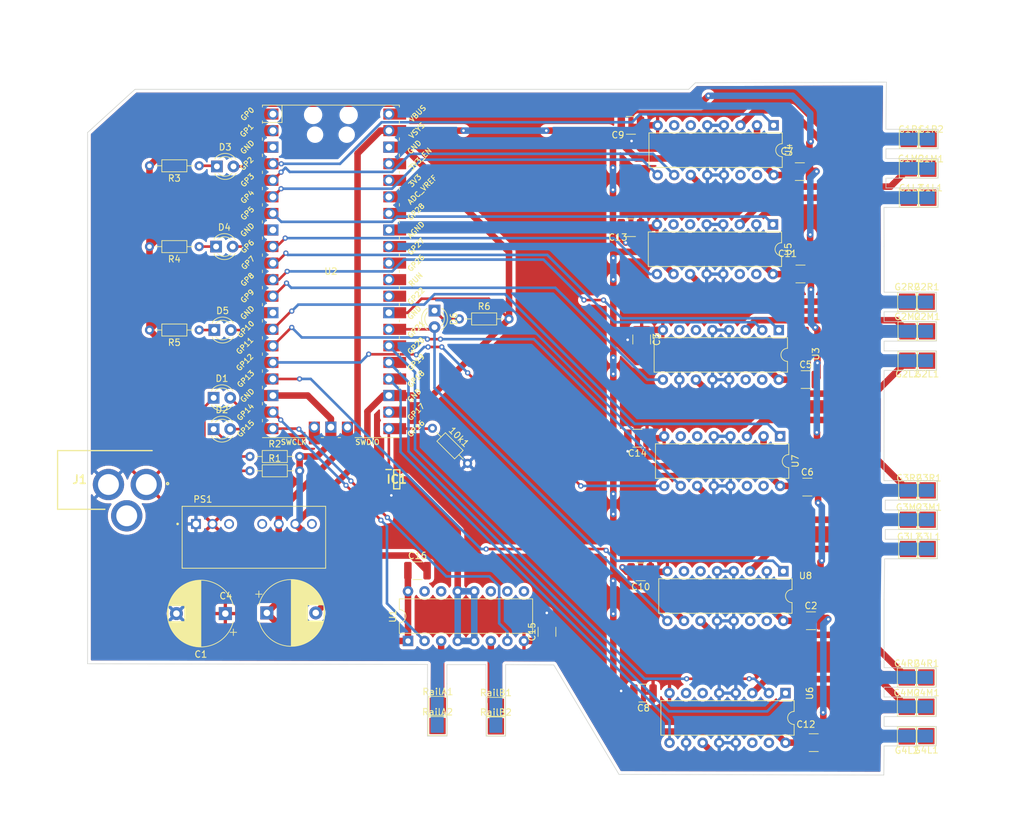
<source format=kicad_pcb>
(kicad_pcb (version 20211014) (generator pcbnew)
  (layers (0 "F.Cu" signal) (31 "B.Cu" signal) (34 "B.Paste" user) (35 "F.Paste" user) (36 "B.SilkS" user "B.Silkscreen") (37 "F.SilkS" user "F.Silkscreen") (38 "B.Mask" user) (39 "F.Mask" user) (44 "Edge.Cuts" user))
  (net 0 "")
  (net 1 "18V")
  (net 2 "GND1")
  (net 3 "+5V")
  (net 4 "GND")
  (net 5 "Net-(D1-Pad1)")
  (net 6 "Rail1")
  (net 7 "Net-(D2-Pad1)")
  (net 8 "Rail2")
  (net 9 "Net-(D3-Pad1)")
  (net 10 "G1A")
  (net 11 "Net-(D4-Pad1)")
  (net 12 "G2A")
  (net 13 "Net-(D5-Pad1)")
  (net 14 "G3A")
  (net 15 "Net-(D6-Pad1)")
  (net 16 "G4A")
  (net 17 "Net-(G1L1-Pad1)")
  (net 18 "Net-(G1M1-Pad1)")
  (net 19 "Net-(G1R1-Pad1)")
  (net 20 "Net-(G2L1-Pad1)")
  (net 21 "Net-(G2M1-Pad1)")
  (net 22 "Net-(G2R1-Pad1)")
  (net 23 "PWM")
  (net 24 "RAIL")
  (net 28 "Net-(RailA1-Pad1)")
  (net 29 "Net-(RailB1-Pad1)")
  (net 36 "G1B")
  (net 37 "G1C")
  (net 38 "G1D")
  (net 39 "G2B")
  (net 40 "G2C")
  (net 41 "G2D")
  (net 42 "G3B")
  (net 43 "G3C")
  (net 44 "G4D")
  (net 46 "G4C")
  (net 47 "G4B")
  (net 80 "G3D")
  (net 85 "Net-(G3L1-Pad1)")
  (net 86 "Net-(G3M1-Pad1)")
  (net 87 "Net-(G3R1-Pad1)")
  (net 88 "Net-(G4L1-Pad1)")
  (net 89 "Net-(G4M1-Pad1)")
  (net 90 "Net-(G4R1-Pad1)")
  (footprint "Package_DIP:DIP-16_W7.62mm" (layer "F.Cu") (at 188.505 59.43 -90)
    (fp_text reference "U5")
    (fp_text value "L293D")
  )
  (footprint "Resistor_THT:R_Axial_DIN0204_L3.6mm_D1.6mm_P7.62mm_Horizontal" (layer "F.Cu") (at 108.32 95.03)
    (fp_text reference "R2")
    (fp_text value "300")
  )
  (footprint "TestPoint:TestPoint_Pad_2.5x2.5mm" (layer "F.Cu") (at 146.03 133.43)
    (fp_text reference "RailB1")
    (fp_text value "TestPoint")
  )
  (footprint "Capacitor_SMD:C_1210_3225Metric" (layer "F.Cu") (at 194.329999 120.23)
    (fp_text reference "C2")
    (fp_text value "0.1uF")
  )
  (footprint "LED_THT:LED_D3.0mm" (layer "F.Cu") (at 102.855 75.63)
    (fp_text reference "D5")
    (fp_text value "LED")
  )
  (footprint "LED_THT:LED_D3.0mm" (layer "F.Cu") (at 102.755 86.03)
    (fp_text reference "D1")
    (fp_text value "LED")
  )
  (footprint "TestPoint:TestPoint_Pad_2.5x2.5mm" (layer "F.Cu") (at 212.03 137.93 180)
    (fp_text reference "G4L1")
    (fp_text value "TestPoint")
  )
  (footprint "TestPoint:TestPoint_Pad_2.5x2.5mm" (layer "F.Cu") (at 209.13 80.33 180)
    (fp_text reference "G2L2")
    (fp_text value "TestPoint")
  )
  (footprint "Resistor_THT:R_Axial_DIN0204_L3.6mm_D1.6mm_P7.62mm_Horizontal" (layer "F.Cu") (at 100.54 75.63 180)
    (fp_text reference "R5")
    (fp_text value "300")
  )
  (footprint "TestPoint:TestPoint_Pad_2.5x2.5mm" (layer "F.Cu") (at 212.33 55.33)
    (fp_text reference "G1L1")
    (fp_text value "TestPoint")
  )
  (footprint "Resistor_THT:R_Axial_DIN0204_L3.6mm_D1.6mm_P7.62mm_Horizontal" (layer "F.Cu") (at 140.42 73.93)
    (fp_text reference "R6")
    (fp_text value "300")
  )
  (footprint "Package_DIP:DIP-16_W7.62mm" (layer "F.Cu") (at 190.43 131.33 -90)
    (fp_text reference "U6")
    (fp_text value "L293D")
  )
  (footprint "Capacitor_SMD:C_1210_3225Metric" (layer "F.Cu") (at 168.229999 112.73 180)
    (fp_text reference "C10")
    (fp_text value "1uF")
  )
  (footprint "TestPoint:TestPoint_Pad_2.5x2.5mm" (layer "F.Cu") (at 209.33 50.83)
    (fp_text reference "G1M2")
    (fp_text value "TestPoint")
  )
  (footprint "Resistor_THT:R_Axial_DIN0204_L3.6mm_D1.6mm_P7.62mm_Horizontal" (layer "F.Cu") (at 100.54 62.83 180)
    (fp_text reference "R4")
    (fp_text value "300")
  )
  (footprint "LED_THT:LED_D3.0mm" (layer "F.Cu") (at 102.755 90.83)
    (fp_text reference "D2")
    (fp_text value "LED")
  )
  (footprint "TestPoint:TestPoint_Pad_2.5x2.5mm" (layer "F.Cu") (at 209.03 128.93)
    (fp_text reference "G4R2")
    (fp_text value "TestPoint")
  )
  (footprint "UWF1215S-3WR3:CONV_UWF1215S-3WR3" (layer "F.Cu") (at 108.93 107.43)
    (fp_text reference "PS1")
    (fp_text value "UWF1215S-3WR3")
  )
  (footprint "LED_THT:LED_D3.0mm" (layer "F.Cu") (at 103.255 50.53)
    (fp_text reference "D3")
    (fp_text value "LED")
  )
  (footprint "Capacitor_SMD:C_1210_3225Metric" (layer "F.Cu") (at 194.755 138.93)
    (fp_text reference "C12")
    (fp_text value "0.1uF")
  )
  (footprint "Resistor_THT:R_Axial_DIN0204_L3.6mm_D1.6mm_P7.62mm_Horizontal" (layer "F.Cu") (at 136.3 90.7 -45)
    (fp_text reference "10k1")
    (fp_text value "R")
  )
  (footprint "Package_DIP:DIP-16_W7.62mm" (layer "F.Cu") (at 188.605 44.23 -90)
    (fp_text reference "U4")
    (fp_text value "L293D")
  )
  (footprint "Package_DIP:DIP-16_W7.62mm" (layer "F.Cu") (at 189.605 91.93 -90)
    (fp_text reference "U7")
    (fp_text value "L293D")
  )
  (footprint "TestPoint:TestPoint_Pad_2.5x2.5mm" (layer "F.Cu") (at 146.03 136.43)
    (fp_text reference "RailB2")
    (fp_text value "TestPoint")
  )
  (footprint "Capacitor_SMD:C_1210_3225Metric" (layer "F.Cu") (at 166.73 59.93 180)
    (fp_text reference "C13")
    (fp_text value "1uF")
  )
  (footprint "TestPoint:TestPoint_Pad_2.5x2.5mm" (layer "F.Cu") (at 212.03 128.93)
    (fp_text reference "G4R1")
    (fp_text value "TestPoint")
  )
  (footprint "TestPoint:TestPoint_Pad_2.5x2.5mm" (layer "F.Cu") (at 137.08 136.38)
    (fp_text reference "RailA2")
    (fp_text value "TestPoint")
  )
  (footprint "SamacSys_Parts:694106301002_1" (layer "F.Cu") (at 78.83 103.13)
    (fp_text reference "J1")
    (fp_text value "694106301002" hide)
  )
  (footprint "TestPoint:TestPoint_Pad_2.5x2.5mm" (layer "F.Cu") (at 209.13 75.83)
    (fp_text reference "G2M2")
    (fp_text value "TestPoint")
  )
  (footprint "LED_THT:LED_D3.0mm" (layer "F.Cu") (at 103.13 62.83)
    (fp_text reference "D4")
    (fp_text value "LED")
  )
  (footprint "TestPoint:TestPoint_Pad_2.5x2.5mm" (layer "F.Cu") (at 209.23 109.23)
    (fp_text reference "G3L2")
    (fp_text value "TestPoint")
  )
  (footprint "SamacSys_Parts:SOT95P240X110-3N" (layer "F.Cu") (at 130.83 98.53)
    (fp_text reference "IC1")
    (fp_text value "PJA3404_R1_00001" hide)
  )
  (footprint "TestPoint:TestPoint_Pad_2.5x2.5mm" (layer "F.Cu") (at 209.23 104.73)
    (fp_text reference "G3M2")
    (fp_text value "TestPoint")
  )
  (footprint "TestPoint:TestPoint_Pad_2.5x2.5mm" (layer "F.Cu") (at 209.33 55.33)
    (fp_text reference "G1L2")
    (fp_text value "TestPoint")
  )
  (footprint "Capacitor_SMD:C_1210_3225Metric" (layer "F.Cu") (at 193.53 83.23)
    (fp_text reference "C5")
    (fp_text value "0.1uF")
  )
  (footprint "TestPoint:TestPoint_Pad_2.5x2.5mm" (layer "F.Cu") (at 209.03 133.43)
    (fp_text reference "G4M2")
    (fp_text value "TestPoint")
  )
  (footprint "Package_DIP:DIP-16_W7.62mm" (layer "F.Cu") (at 189.405 75.63 -90)
    (fp_text reference "U3")
    (fp_text value "L293D")
  )
  (footprint "Capacitor_SMD:C_1210_3225Metric" (layer "F.Cu") (at 166.729999 44.23 180)
    (fp_text reference "C9")
    (fp_text value "1uF")
  )
  (footprint "TestPoint:TestPoint_Pad_2.5x2.5mm" (layer "F.Cu") (at 212.23 104.73)
    (fp_text reference "G3M1")
    (fp_text value "TestPoint")
  )
  (footprint "TestPoint:TestPoint_Pad_2.5x2.5mm" (layer "F.Cu") (at 212.38 46.33)
    (fp_text reference "G1R2")
    (fp_text value "TestPoint")
  )
  (footprint "Capacitor_SMD:C_1210_3225Metric" (layer "F.Cu") (at 167.73 92.23 180)
    (fp_text reference "C14")
    (fp_text value "1uF")
  )
  (footprint "Resistor_THT:R_Axial_DIN0204_L3.6mm_D1.6mm_P7.62mm_Horizontal" (layer "F.Cu") (at 108.32 97.23)
    (fp_text reference "R1")
    (fp_text value "300")
  )
  (footprint "Capacitor_SMD:C_1210_3225Metric" (layer "F.Cu") (at 168.655 131.33 180)
    (fp_text reference "C8")
    (fp_text value "1uF")
  )
  (footprint "TestPoint:TestPoint_Pad_2.5x2.5mm" (layer "F.Cu") (at 212.23 100.23)
    (fp_text reference "G3R1")
    (fp_text value "TestPoint")
  )
  (footprint "TestPoint:TestPoint_Pad_2.5x2.5mm" (layer "F.Cu") (at 212.23 109.23)
    (fp_text reference "G3L1")
    (fp_text value "TestPoint")
  )
  (footprint "Package_DIP:DIP-16_W7.62mm" (layer "F.Cu") (at 190.105 112.63 -90)
    (fp_text reference "U8")
    (fp_text value "L293D")
  )
  (footprint "TestPoint:TestPoint_Pad_2.5x2.5mm" (layer "F.Cu") (at 137.13 133.28)
    (fp_text reference "RailA1")
    (fp_text value "TestPoint")
  )
  (footprint "LED_THT:LED_D3.0mm" (layer "F.Cu") (at 136.62 72.645 -90)
    (fp_text reference "D6")
    (fp_text value "LED")
  )
  (footprint "TestPoint:TestPoint_Pad_2.5x2.5mm" (layer "F.Cu") (at 209.33 46.33)
    (fp_text reference "G1R1")
    (fp_text value "TestPoint")
  )
  (footprint "TestPoint:TestPoint_Pad_2.5x2.5mm" (layer "F.Cu") (at 212.13 75.83)
    (fp_text reference "G2M1")
    (fp_text value "TestPoint")
  )
  (footprint "Capacitor_SMD:C_1210_3225Metric" (layer "F.Cu") (at 193.78 99.73)
    (fp_text reference "C6")
    (fp_text value "0.1uF")
  )
  (footprint "Capacitor_THT:CP_Radial_D10.0mm_P7.50mm" (layer "F.Cu") (at 110.912323 119.03)
    (fp_text reference "C4")
    (fp_text value "10uF")
  )
  (footprint "Capacitor_SMD:C_1210_3225Metric" (layer "F.Cu") (at 153.86 121.93 90)
    (fp_text reference "C15")
    (fp_text value "1uF")
  )
  (footprint "TestPoint:TestPoint_Pad_2.5x2.5mm" (layer "F.Cu") (at 212.03 133.43)
    (fp_text reference "G4M1")
    (fp_text value "TestPoint")
  )
  (footprint "TestPoint:TestPoint_Pad_2.5x2.5mm" (layer "F.Cu") (at 212.08 71.28)
    (fp_text reference "G2R1")
    (fp_text value "TestPoint")
  )
  (footprint "Capacitor_SMD:C_1210_3225Metric" (layer "F.Cu") (at 192.73 67.03)
    (fp_text reference "C11")
    (fp_text value "0.1uF")
  )
  (footprint "Resistor_THT:R_Axial_DIN0204_L3.6mm_D1.6mm_P7.62mm_Horizontal" (layer "F.Cu") (at 100.54 50.43 180)
    (fp_text reference "R3")
    (fp_text value "300")
  )
  (footprint "MCU_RaspberryPi_and_Boards:RPi_Pico_SMD_TH" (layer "F.Cu") (at 120.73 66.63)
    (fp_text reference "U2")
    (fp_text value "Pico")
  )
  (footprint "Capacitor_THT:CP_Radial_D10.0mm_P7.50mm" (layer "F.Cu") (at 104.547677 119.13 180)
    (fp_text reference "C1")
    (fp_text value "100uF")
  )
  (footprint "Capacitor_SMD:C_1210_3225Metric" (layer "F.Cu") (at 192.63 51.33)
    (fp_text reference "C7")
    (fp_text value "0.1uF")
  )
  (footprint "TestPoint:TestPoint_Pad_2.5x2.5mm" (layer "F.Cu") (at 209.23 100.23)
    (fp_text reference "G3R2")
    (fp_text value "TestPoint")
  )
  (footprint "TestPoint:TestPoint_Pad_2.5x2.5mm" (layer "F.Cu") (at 209.03 137.98 180)
    (fp_text reference "G4L2")
    (fp_text value "TestPoint")
  )
  (footprint "TestPoint:TestPoint_Pad_2.5x2.5mm" (layer "F.Cu") (at 212.33 50.88)
    (fp_text reference "G1M1")
    (fp_text value "TestPoint")
  )
  (footprint "TestPoint:TestPoint_Pad_2.5x2.5mm" (layer "F.Cu") (at 209.08 71.28)
    (fp_text reference "G2R2")
    (fp_text value "TestPoint")
  )
  (footprint "TestPoint:TestPoint_Pad_2.5x2.5mm" (layer "F.Cu") (at 212.13 80.33 180)
    (fp_text reference "G2L1")
    (fp_text value "TestPoint")
  )
  (footprint "Capacitor_SMD:C_1210_3225Metric" (layer "F.Cu") (at 168.38 77.080001 -90)
    (fp_text reference "C3")
    (fp_text value "1uF")
  )
  (footprint "Package_DIP:DIP-16_W7.62mm" (layer "F.Cu") (at 132.555 123.33 90)
    (fp_text reference "U1")
    (fp_text value "L293D")
  )
  (footprint "Capacitor_SMD:C_1210_3225Metric" (layer "F.Cu") (at 134.01 112.55)
    (fp_text reference "C16")
    (fp_text value "0.1uF")
  )
  (gr_line (start 205.73 101.729999) (end 205.73 103.229999) (layer "Edge.Cuts") (width 0.1))
  (gr_line (start 205.55 78.83) (end 213.550001 78.83) (layer "Edge.Cuts") (width 0.1))
  (gr_line (start 176.6 37.7) (end 205.9 37.6) (layer "Edge.Cuts") (width 0.1))
  (gr_line (start 213.730001 98.729999) (end 213.730001 101.73) (layer "Edge.Cuts") (width 0.1))
  (gr_line (start 135.53 137.929998) (end 138.53 137.93) (layer "Edge.Cuts") (width 0.1))
  (gr_line (start 213.55 131.929998) (end 213.55 134.929999) (layer "Edge.Cuts") (width 0.1))
  (gr_line (start 135.530001 129.930001) (end 135.55 126.930002) (layer "Edge.Cuts") (width 0.1))
  (gr_line (start 205.550002 127.43) (end 213.550002 127.43) (layer "Edge.Cuts") (width 0.1))
  (gr_line (start 205.83 44.83) (end 213.829999 44.830001) (layer "Edge.Cuts") (width 0.1))
  (gr_line (start 205.549999 62.83) (end 205.550001 69.829999) (layer "Edge.Cuts") (width 0.1))
  (gr_line (start 205.73 98.73) (end 205.53 98.73) (layer "Edge.Cuts") (width 0.1))
  (gr_line (start 213.730001 101.73) (end 205.73 101.729999) (layer "Edge.Cuts") (width 0.1))
  (gr_line (start 205.83 52.33) (end 205.83 53.83) (layer "Edge.Cuts") (width 0.1))
  (gr_line (start 213.550001 78.83) (end 213.55 81.829999) (layer "Edge.Cuts") (width 0.1))
  (gr_line (start 147.53 137.93) (end 147.524999 126.955001) (layer "Edge.Cuts") (width 0.1))
  (gr_line (start 138.53 137.93) (end 138.530001 129.930001) (layer "Edge.Cuts") (width 0.1))
  (gr_line (start 138.524999 126.955001) (end 144.53 126.955001) (layer "Edge.Cuts") (width 0.1))
  (gr_line (start 135.530001 129.930001) (end 135.53 137.929998) (layer "Edge.Cuts") (width 0.1))
  (gr_line (start 205.550002 136.43) (end 213.550002 136.43) (layer "Edge.Cuts") (width 0.1))
  (gr_line (start 205.549999 134.930002) (end 205.550002 136.43) (layer "Edge.Cuts") (width 0.1))
  (gr_line (start 164.9 143.8) (end 154.9 127) (layer "Edge.Cuts") (width 0.1))
  (gr_line (start 213.550002 127.43) (end 213.550001 130.430001) (layer "Edge.Cuts") (width 0.1))
  (gr_line (start 213.730001 106.23) (end 205.730001 106.230001) (layer "Edge.Cuts") (width 0.1))
  (gr_line (start 205.73 98.73) (end 213.730001 98.729999) (layer "Edge.Cuts") (width 0.1))
  (gr_line (start 144.530001 129.930001) (end 144.53 137.929998) (layer "Edge.Cuts") (width 0.1))
  (gr_line (start 213.55 74.33) (end 213.55 77.329998) (layer "Edge.Cuts") (width 0.1))
  (gr_line (start 205.549999 72.83) (end 205.549999 74.33) (layer "Edge.Cuts") (width 0.1))
  (gr_line (start 205.73 107.73) (end 213.730001 107.729999) (layer "Edge.Cuts") (width 0.1))
  (gr_line (start 90.7 38.7) (end 175.6 38.7) (layer "Edge.Cuts") (width 0.1))
  (gr_line (start 213.55 77.329998) (end 205.550002 77.329999) (layer "Edge.Cuts") (width 0.1))
  (gr_line (start 213.830001 47.830001) (end 205.83 47.830001) (layer "Edge.Cuts") (width 0.1))
  (gr_line (start 213.83 52.33) (end 205.83 52.33) (layer "Edge.Cuts") (width 0.1))
  (gr_line (start 205.550001 69.829999) (end 213.550001 69.83) (layer "Edge.Cuts") (width 0.1))
  (gr_line (start 205.549999 81.83) (end 205.53 98.73) (layer "Edge.Cuts") (width 0.1))
  (gr_line (start 205.73 103.229999) (end 213.730001 103.230001) (layer "Edge.Cuts") (width 0.1))
  (gr_line (start 205.83 53.83) (end 213.829999 53.830001) (layer "Edge.Cuts") (width 0.1))
  (gr_line (start 205.83 47.830001) (end 205.83 49.33) (layer "Edge.Cuts") (width 0.1))
  (gr_line (start 138.530001 129.930001) (end 138.524999 126.955001) (layer "Edge.Cuts") (width 0.1))
  (gr_line (start 213.550002 136.43) (end 213.55 139.43) (layer "Edge.Cuts") (width 0.1))
  (gr_line (start 205.550002 77.329999) (end 205.55 78.83) (layer "Edge.Cuts") (width 0.1))
  (gr_line (start 213.550001 130.430001) (end 205.550002 130.430001) (layer "Edge.Cuts") (width 0.1))
  (gr_line (start 175.6 38.7) (end 176.6 37.7) (layer "Edge.Cuts") (width 0.1))
  (gr_line (start 205.83 49.33) (end 213.830001 49.33) (layer "Edge.Cuts") (width 0.1))
  (gr_line (start 144.53 137.929998) (end 147.53 137.93) (layer "Edge.Cuts") (width 0.1))
  (gr_line (start 213.73 110.730001) (end 205.73 110.73) (layer "Edge.Cuts") (width 0.1))
  (gr_line (start 213.830001 56.83) (end 205.83 56.83) (layer "Edge.Cuts") (width 0.1))
  (gr_line (start 213.829999 53.830001) (end 213.830001 56.83) (layer "Edge.Cuts") (width 0.1))
  (gr_line (start 144.53 126.955001) (end 144.530001 129.930001) (layer "Edge.Cuts") (width 0.1))
  (gr_line (start 83.43 45.33) (end 90.7 38.7) (layer "Edge.Cuts") (width 0.1))
  (gr_line (start 213.550001 69.83) (end 213.55 72.829999) (layer "Edge.Cuts") (width 0.1))
  (gr_line (start 213.55 81.829999) (end 205.549999 81.83) (layer "Edge.Cuts") (width 0.1))
  (gr_line (start 213.730001 107.729999) (end 213.73 110.730001) (layer "Edge.Cuts") (width 0.1))
  (gr_line (start 135.55 126.930002) (end 83.43 126.83) (layer "Edge.Cuts") (width 0.1))
  (gr_line (start 205.549999 116.929999) (end 205.63 110.73) (layer "Edge.Cuts") (width 0.1))
  (gr_line (start 205.73 110.73) (end 205.63 110.73) (layer "Edge.Cuts") (width 0.1))
  (gr_line (start 205.53 56.83) (end 205.83 56.83) (layer "Edge.Cuts") (width 0.1))
  (gr_line (start 205.730001 106.230001) (end 205.73 107.73) (layer "Edge.Cuts") (width 0.1))
  (gr_line (start 205.83 44.83) (end 205.9 37.6) (layer "Edge.Cuts") (width 0.1))
  (gr_line (start 205.5 143.9) (end 164.9 143.8) (layer "Edge.Cuts") (width 0.1))
  (gr_line (start 205.549999 62.83) (end 205.53 56.83) (layer "Edge.Cuts") (width 0.1))
  (gr_line (start 83.43 126.83) (end 83.43 45.33) (layer "Edge.Cuts") (width 0.1))
  (gr_line (start 205.549999 131.930001) (end 213.55 131.929998) (layer "Edge.Cuts") (width 0.1))
  (gr_line (start 205.549999 116.929999) (end 205.550002 127.43) (layer "Edge.Cuts") (width 0.1))
  (gr_line (start 213.55 72.829999) (end 205.549999 72.83) (layer "Edge.Cuts") (width 0.1))
  (gr_line (start 147.524999 126.955001) (end 154.9 127) (layer "Edge.Cuts") (width 0.1))
  (gr_line (start 213.830001 49.33) (end 213.83 52.33) (layer "Edge.Cuts") (width 0.1))
  (gr_line (start 213.55 139.43) (end 205.55 139.430001) (layer "Edge.Cuts") (width 0.1))
  (gr_line (start 205.55 139.430001) (end 205.5 143.9) (layer "Edge.Cuts") (width 0.1))
  (gr_line (start 205.549999 74.33) (end 213.55 74.33) (layer "Edge.Cuts") (width 0.1))
  (gr_line (start 205.550002 130.430001) (end 205.549999 131.930001) (layer "Edge.Cuts") (width 0.1))
  (gr_line (start 213.829999 44.830001) (end 213.830001 47.830001) (layer "Edge.Cuts") (width 0.1))
  (gr_line (start 213.730001 103.230001) (end 213.730001 106.23) (layer "Edge.Cuts") (width 0.1))
  (gr_line (start 213.55 134.929999) (end 205.549999 134.930002) (layer "Edge.Cuts") (width 0.1))
  (segment (start 171.525 92.23) (end 171.825 91.93) (width 1) (layer "F.Cu") (net 1))
  (segment (start 169.704999 112.73) (end 172.225 112.73) (width 1) (layer "F.Cu") (net 1))
  (segment (start 150.335 123.33) (end 153.785 123.33) (width 1) (layer "F.Cu") (net 1))
  (segment (start 172.225 112.73) (end 172.325 112.63) (width 1) (layer "F.Cu") (net 1))
  (segment (start 168.205 59.93) (end 170.225 59.93) (width 1) (layer "F.Cu") (net 1))
  (segment (start 168.38 75.605001) (end 171.600001 75.605001) (width 1) (layer "F.Cu") (net 1))
  (segment (start 171.600001 75.605001) (end 171.625 75.63) (width 1) (layer "F.Cu") (net 1))
  (segment (start 169.205 92.23) (end 171.525 92.23) (width 1) (layer "F.Cu") (net 1))
  (segment (start 170.225 59.93) (end 170.725 59.43) (width 1) (layer "F.Cu") (net 1))
  (segment (start 153.785 123.33) (end 153.86 123.405) (width 1) (layer "F.Cu") (net 1))
  (segment (start 168.204999 44.23) (end 170.825 44.23) (width 1) (layer "F.Cu") (net 1))
  (segment (start 165.56 131.33) (end 165.23 131) (width 1) (layer "F.Cu") (net 2))
  (segment (start 165.254999 44.23) (end 165.254999 45.054999) (width 1) (layer "F.Cu") (net 2))
  (segment (start 129.58 100.58) (end 130 101) (width 1) (layer "F.Cu") (net 2))
  (segment (start 166.255 92.23) (end 166.255 94.205) (width 1) (layer "F.Cu") (net 2))
  (segment (start 166.754999 112.73) (end 166.13 112.73) (width 1) (layer "F.Cu") (net 2))
  (segment (start 165.255 59.93) (end 165.255 61.555) (width 1) (layer "F.Cu") (net 2))
  (segment (start 153.86 120.455) (end 153.86 119.06) (width 1) (layer "F.Cu") (net 2))
  (segment (start 129.58 99.48) (end 129.58 100.58) (width 1) (layer "F.Cu") (net 2))
  (segment (start 167.18 131.33) (end 165.56 131.33) (width 1) (layer "F.Cu") (net 2))
  (segment (start 153.86 119.06) (end 153.83 119.03) (width 1) (layer "F.Cu") (net 2))
  (segment (start 165.255 61.555) (end 165.93 62.23) (width 1) (layer "F.Cu") (net 2))
  (segment (start 166.255 94.205) (end 166.23 94.23) (width 1) (layer "F.Cu") (net 2))
  (segment (start 168.38 78.555001) (end 167.655001 78.555001) (width 1) (layer "F.Cu") (net 2))
  (segment (start 166.13 112.73) (end 165.43 112.03) (width 1) (layer "F.Cu") (net 2))
  (segment (start 165.254999 45.054999) (end 166.83 46.63) (width 1) (layer "F.Cu") (net 2))
  (segment (start 167.655001 78.555001) (end 166.23 77.13) (width 1) (layer "F.Cu") (net 2))
  (via (at 166.23 77.13) (size 0.8) (drill 0.4) (layers "F.Cu" "B.Cu") (net 2))
  (via (at 165.43 112.03) (size 0.8) (drill 0.4) (layers "F.Cu" "B.Cu") (net 2))
  (via (at 130 101) (size 0.8) (drill 0.4) (layers "F.Cu" "B.Cu") (net 2))
  (via (at 165.23 131) (size 0.8) (drill 0.4) (layers "F.Cu" "B.Cu") (net 2))
  (via (at 153.83 119.03) (size 0.8) (drill 0.4) (layers "F.Cu" "B.Cu") (net 2))
  (via (at 165.93 62.23) (size 0.8) (drill 0.4) (layers "F.Cu" "B.Cu") (net 2))
  (via (at 166.23 94.23) (size 0.8) (drill 0.4) (layers "F.Cu" "B.Cu") (net 2))
  (via (at 166.83 46.63) (size 0.8) (drill 0.4) (layers "F.Cu" "B.Cu") (net 2))
  (segment (start 184.63 96.53) (end 186.585 96.53) (width 1) (layer "F.Cu") (net 3))
  (segment (start 169.545 114.93) (end 184.785 114.93) (width 1) (layer "F.Cu") (net 3))
  (segment (start 184.785 114.93) (end 190.105 120.25) (width 1) (layer "F.Cu") (net 3))
  (segment (start 169.33 137.23) (end 164.03 131.93) (width 1) (layer "F.Cu") (net 3))
  (segment (start 164.03 131.93) (end 164.03 119.17) (width 1) (layer "F.Cu") (net 3))
  (segment (start 164.03 114.07) (end 164 114.1) (width 1) (layer "F.Cu") (net 3))
  (segment (start 129.62 45.04) (end 141.06 45.04) (width 1) (layer "F.Cu") (net 3))
  (segment (start 169.845 63.63) (end 185.085 63.63) (width 1) (layer "F.Cu") (net 3))
  (segment (start 188.71 137.23) (end 169.33 137.23) (width 1) (layer "F.Cu") (net 3))
  (segment (start 167.566496 49.31) (end 186.065 49.31) (width 1) (layer "F.Cu") (net 3))
  (segment (start 169.545 114.93) (end 166.186496 114.93) (width 1) (layer "F.Cu") (net 3))
  (segment (start 166.186496 114.93) (end 164.03 112.773504) (width 1) (layer "F.Cu") (net 3))
  (segment (start 187.065 94.095) (end 187.065 91.93) (width 1) (layer "F.Cu") (net 3))
  (segment (start 188.505 67.05) (end 191.235 67.05) (width 1) (layer "F.Cu") (net 3))
  (segment (start 190.43 138.95) (end 188.71 137.23) (width 1) (layer "F.Cu") (net 3))
  (segment (start 192.125 99.55) (end 192.305 99.73) (width 1) (layer "F.Cu") (net 3))
  (segment (start 163.98 45.88) (end 163.98 50.72) (width 1) (layer "F.Cu") (net 3))
  (segment (start 124.82 93.88) (end 124.82 48.54) (width 1) (layer "F.Cu") (net 3))
  (segment (start 169.545 114.93) (end 174.865 120.25) (width 1) (layer "F.Cu") (net 3))
  (segment (start 123.77 94.93) (end 124.82 93.88) (width 1) (layer "F.Cu") (net 3))
  (segment (start 112.74 105.38) (end 112.74 103.52) (width 1) (layer "F.Cu") (net 3))
  (segment (start 186.065 49.31) (end 188.605 51.85) (width 1) (layer "F.Cu") (net 3))
  (segment (start 169.845 63.63) (end 173.265 67.05) (width 1) (layer "F.Cu") (net 3))
  (segment (start 164.03 76.973504) (end 167.586496 80.53) (width 1) (layer "F.Cu") (net 3))
  (segment (start 192.834999 120.25) (end 192.854999 120.23) (width 1) (layer "F.Cu") (net 3))
  (segment (start 124.82 48.54) (end 128.32 45.04) (width 1) (layer "F.Cu") (net 3))
  (segment (start 128.32 45.04) (end 129.62 45.04) (width 1) (layer "F.Cu") (net 3))
  (segment (start 164.03 95.13) (end 165.43 96.53) (width 1) (layer "F.Cu") (net 3))
  (segment (start 110.912323 119.03) (end 115.212323 123.33) (width 1) (layer "F.Cu") (net 3))
  (segment (start 192.035 83.25) (end 192.055 83.23) (width 1) (layer "F.Cu") (net 3))
  (segment (start 163.98 54.12) (end 163.98 63.58) (width 1) (layer "F.Cu") (net 3))
  (segment (start 164.03 112.13) (end 164.03 103.87) (width 1) (layer "F.Cu") (net 3))
  (segment (start 184.63 96.53) (end 187.065 94.095) (width 1) (layer "F.Cu") (net 3))
  (segment (start 132.535 112.55) (end 132.535 115.69) (width 1) (layer "F.Cu") (net 3))
  (segment (start 164.03 63.63) (end 164.03 64.57) (width 1) (layer "F.Cu") (net 3))
  (segment (start 121.33 94.93) (end 123.77 94.93) (width 1) (layer "F.Cu") (net 3))
  (segment (start 164.03 100.77) (end 164.03 95.13) (width 1) (layer "F.Cu") (net 3))
  (segment (start 112.74 103.52) (end 121.33 94.93) (width 1) (layer "F.Cu") (net 3))
  (segment (start 185.085 63.63) (end 188.505 67.05) (width 1) (layer "F.Cu") (net 3))
  (segment (start 190.635 51.85) (end 191.155 51.33) (width 1) (layer "F.Cu") (net 3))
  (segment (start 112.74 117.202323) (end 110.912323 119.03) (width 1) (layer "F.Cu") (net 3))
  (segment (start 190.45 138.93) (end 190.43 138.95) (width 1) (layer "F.Cu") (net 3))
  (segment (start 164.03 82.37) (end 164.03 95.13) (width 1) (layer "F.Cu") (net 3))
  (segment (start 164.03 63.63) (end 169.845 63.63) (width 1) (layer "F.Cu") (net 3))
  (segment (start 189.405 83.25) (end 192.035 83.25) (width 1) (layer "F.Cu") (net 3))
  (segment (start 193.28 138.93) (end 190.45 138.93) (width 1) (layer "F.Cu") (net 3))
  (segment (start 163.14 45.04) (end 163.98 45.88) (width 1) (layer "F.Cu") (net 3))
  (segment (start 164.03 67.87) (end 164.03 76.973504) (width 1) (layer "F.Cu") (net 3))
  (segment (start 163.98 63.58) (end 164.03 63.63) (width 1) (layer "F.Cu") (net 3))
  (segment (start 164.03 112.773504) (end 164.03 114.07) (width 1) (layer "F.Cu") (net 3))
  (segment (start 164.03 76.973504) (end 164.03 79.87) (width 1) (layer "F.Cu") (net 3))
  (segment (start 163.296496 45.04) (end 167.566496 49.31) (width 1) (layer "F.Cu") (net 3))
  (segment (start 154.42 45.04) (end 163.14 45.04) (width 1) (layer "F.Cu") (net 3))
  (segment (start 167.586496 80.53) (end 186.685 80.53) (width 1) (layer "F.Cu") (net 3))
  (segment (start 186.585 96.53) (end 189.605 99.55) (width 1) (layer "F.Cu") (net 3))
  (segment (start 132.555 115.71) (end 132.555 123.33) (width 1) (layer "F.Cu") (net 3))
  (segment (start 154.42 45.04) (end 163.296496 45.04) (width 1) (layer "F.Cu") (net 3))
  (segment (start 115.212323 123.33) (end 132.555 123.33) (width 1) (layer "F.Cu") (net 3))
  (segment (start 153.76 45.04) (end 154.42 45.04) (width 1) (layer "F.Cu") (net 3))
  (segment (start 164.03 112.773504) (end 164.03 112.13) (width 1) (layer "F.Cu") (net 3))
  (segment (start 188.605 51.85) (end 190.635 51.85) (width 1) (layer "F.Cu") (net 3))
  (segment (start 191.235 67.05) (end 191.255 67.03) (width 1) (layer "F.Cu") (net 3))
  (segment (start 189.605 99.55) (end 192.125 99.55) (width 1) (layer "F.Cu") (net 3))
  (segment (start 132.535 115.69) (end 132.555 115.71) (width 1) (layer "F.Cu") (net 3))
  (segment (start 186.685 80.53) (end 189.405 83.25) (width 1) (layer "F.Cu") (net 3))
  (segment (start 165.43 96.53) (end 184.63 96.53) (width 1) (layer "F.Cu") (net 3))
  (segment (start 112.74 105.38) (end 112.74 117.202323) (width 1) (layer "F.Cu") (net 3))
  (segment (start 190.105 120.25) (end 192.834999 120.25) (width 1) (layer "F.Cu") (net 3))
  (segment (start 186.065 44.23) (end 186.065 49.31) (width 1) (layer "F.Cu") (net 3))
  (via (at 164.03 82.37) (size 0.8) (drill 0.4) (layers "F.Cu" "B.Cu") (net 3))
  (via (at 164.03 119.17) (size 0.8) (drill 0.4) (layers "F.Cu" "B.Cu") (net 3))
  (via (at 141.06 45.04) (size 0.8) (drill 0.4) (layers "F.Cu" "B.Cu") (net 3))
  (via (at 163.98 54.12) (size 0.8) (drill 0.4) (layers "F.Cu" "B.Cu") (net 3))
  (via (at 164 114.1) (size 0.8) (drill 0.4) (layers "F.Cu" "B.Cu") (net 3))
  (via (at 164.03 103.87) (size 0.8) (drill 0.4) (layers "F.Cu" "B.Cu") (net 3))
  (via (at 163.98 50.72) (size 0.8) (drill 0.4) (layers "F.Cu" "B.Cu") (net 3))
  (via (at 164.03 67.87) (size 0.8) (drill 0.4) (layers "F.Cu" "B.Cu") (net 3))
  (via (at 164.03 100.77) (size 0.8) (drill 0.4) (layers "F.Cu" "B.Cu") (net 3))
  (via (at 164.03 64.57) (size 0.8) (drill 0.4) (layers "F.Cu" "B.Cu") (net 3))
  (via (at 153.76 45.04) (size 0.8) (drill 0.4) (layers "F.Cu" "B.Cu") (net 3))
  (via (at 164.03 79.87) (size 0.8) (drill 0.4) (layers "F.Cu" "B.Cu") (net 3))
  (segment (start 164.03 82.37) (end 164.03 79.87) (width 1) (layer "B.Cu") (net 3))
  (segment (start 164.03 100.77) (end 164.03 103.87) (width 1) (layer "B.Cu") (net 3))
  (segment (start 164.03 67.87) (end 164.03 64.57) (width 1) (layer "B.Cu") (net 3))
  (segment (start 164.03 119.17) (end 164.03 114.13) (width 1) (layer "B.Cu") (net 3))
  (segment (start 164.03 114.13) (end 164 114.1) (width 1) (layer "B.Cu") (net 3))
  (segment (start 141.06 45.04) (end 153.76 45.04) (width 1) (layer "B.Cu") (net 3))
  (segment (start 163.98 50.72) (end 163.98 54.12) (width 1) (layer "B.Cu") (net 3))
  (segment (start 177.4 40.9) (end 102.45 40.9) (width 1) (layer "F.Cu") (net 4))
  (segment (start 136.29 85.68) (end 148.04 73.93) (width 1) (layer "F.Cu") (net 4))
  (segment (start 128.78 85.68) (end 126.33 88.13) (width 1) (layer "F.Cu") (net 4))
  (segment (start 195.33 80.67) (end 195.33 75.5595) (width 1) (layer "F.Cu") (net 4))
  (segment (start 118.412323 119.03) (end 127.212323 110.23) (width 1) (layer "F.Cu") (net 4))
  (segment (start 92.92 75.63) (end 100.49 83.2) (width 1) (layer "F.Cu") (net 4))
  (segment (start 178.6 39.7) (end 177.4 40.9) (width 1) (layer "F.Cu") (net 4))
  (segment (start 120.73 89.23) (end 120.73 90.53) (width 1) (layer "F.Cu") (net 4))
  (segment (start 134.63 70.83) (end 144.94 70.83) (width 0.4) (layer "F.Cu") (net 4))
  (segment (start 120.73 92.89) (end 120.73 90.53) (width 1) (layer "F.Cu") (net 4))
  (segment (start 111.82 85.7) (end 111.84 85.68) (width 1) (layer "F.Cu") (net 4))
  (segment (start 144.94 70.83) (end 148.04 73.93) (width 0.4) (layer "F.Cu") (net 4))
  (segment (start 115.94 95.03) (end 115.94 97.23) (width 1) (layer "F.Cu") (net 4))
  (segment (start 92.92 75.63) (end 92.92 62.83) (width 1) (layer "F.Cu") (net 4))
  (segment (start 196.23 138.93) (end 196.23 134.33) (width 1) (layer "F.Cu") (net 4))
  (segment (start 195.2 51.3) (end 195.105 51.205) (width 1) (layer "F.Cu") (net 4))
  (segment (start 95.47 60.28) (end 111.84 60.28) (width 1) (layer "F.Cu") (net 4))
  (segment (start 95.57 72.98) (end 111.84 72.98) (width 1) (layer "F.Cu") (net 4))
  (segment (start 194.205 61.025) (end 194.205 67.03) (width 1) (layer "F.Cu") (net 4))
  (segment (start 126.33 94.33) (end 126.33 94.13) (width 1) (layer "F.Cu") (net 4))
  (segment (start 194.105 46.895) (end 194.301472 46.698528) (width 1) (layer "F.Cu") (net 4))
  (segment (start 197 120) (end 196.804999 119.804999) (width 1) (layer "F.Cu") (net 4))
  (segment (start 92.92 75.63) (end 95.57 72.98) (width 1) (layer "F.Cu") (net 4))
  (segment (start 111.84 85.68) (end 117.18 85.68) (width 1) (layer "F.Cu") (net 4))
  (segment (start 195.804999 120.23) (end 195.804999 111.195001) (width 1) (layer "F.Cu") (net 4))
  (segment (start 195.1005 75.33) (end 195 75.33) (width 1) (layer "F.Cu") (net 4))
  (segment (start 118.59 95.03) (end 120.73 92.89) (width 1) (layer "F.Cu") (net 4))
  (segment (start 95.77 47.58) (end 92.92 50.43) (width 1) (layer "F.Cu") (net 4))
  (segment (start 109.1 85.7) (end 111.82 85.7) (width 1) (layer "F.Cu") (net 4))
  (segment (start 196.23 119.804999) (end 195.804999 120.23) (width 1) (layer "F.Cu") (net 4))
  (segment (start 194.105 51.33) (end 194.105 46.895) (width 1) (layer "F.Cu") (net 4))
  (segment (start 129.62 47.58) (end 131.98 47.58) (width 1) (layer "F.Cu") (net 4))
  (segment (start 195.105 51.205) (end 194.23 51.205) (width 1) (layer "F.Cu") (net 4))
  (segment (start 195.255 91.355) (end 195.255 99.73) (width 1) (layer "F.Cu") (net 4))
  (segment (start 115.28 105.38) (end 126.33 94.33) (width 1) (layer "F.Cu") (net 4))
  (segment (start 126.33 88.13) (end 126.33 94.13) (width 1) (layer "F.Cu") (net 4))
  (segment (start 195.43 102.13) (end 195.43 99.905) (width 1) (layer "F.Cu") (net 4))
  (segment (start 194.33 69.43) (end 194.33 67.155) (width 1) (layer "F.Cu") (net 4))
  (segment (start 195.43 99.905) (end 195.255 99.73) (width 1) (layer "F.Cu") (net 4))
  (segment (start 196.804999 119.804999) (end 196.23 119.804999) (width 1) (layer "F.Cu") (net 4))
  (segment (start 129.62 85.68) (end 128.78 85.68) (width 1) (layer "F.Cu") (net 4))
  (segment (start 132.48 72.98) (end 134.63 70.83) (width 0.4) (layer "F.Cu") (net 4))
  (segment (start 115.28 105.38) (end 120.13 110.23) (width 1) (layer "F.Cu") (net 4))
  (segment (start 196.23 134.33) (end 196.2 134.3) (width 1) (layer "F.Cu") (net 4))
  (segment (start 133.165 110.23) (end 135.485 112.55) (width 1) (layer "F.Cu") (net 4))
  (segment (start 100.49 83.2) (end 106.6 83.2) (width 1) (layer "F.Cu") (net 4))
  (segment (start 195.23 91.33) (end 195.255 91.355) (width 1) (layer "F.Cu") (net 4))
  (segment (start 92.92 50.43) (end 92.92 62.83) (width 1) (layer "F.Cu") (net 4))
  (segment (start 92.92 62.83) (end 95.47 60.28) (width 1) (layer "F.Cu") (net 4))
  (segment (start 102.45 40.9) (end 95.77 47.58) (width 1) (layer "F.Cu") (net 4))
  (segment (start 195.33 80.67) (end 195.33 82.905) (width 1) (layer "F.Cu") (net 4))
  (segment (start 195.804999 111.195001) (end 196 111) (width 1) (layer "F.Cu") (net 4))
  (segment (start 111.84 47.58) (end 95.77 47.58) (width 1) (layer "F.Cu") (net 4))
  (segment (start 129.62 85.68) (end 136.29 85.68) (width 1) (layer "F.Cu") (net 4))
  (segment (start 195.33 82.905) (end 195.005 83.23) (width 1) (layer "F.Cu") (net 4))
  (segment (start 117.18 85.68) (end 120.73 89.23) (width 1) (layer "F.Cu") (net 4))
  (segment (start 129.62 72.98) (end 132.48 72.98) (width 0.4) (layer "F.Cu") (net 4))
  (segment (start 194.23 61) (end 194.205 61.025) (width 1) (layer "F.Cu") (net 4))
  (segment (start 127.212323 110.23) (end 133.165 110.23) (width 1) (layer "F.Cu") (net 4))
  (segment (start 131.98 47.58) (end 148.04 63.64) (width 1) (layer "F.Cu") (net 4))
  (segment (start 194.33 67.155) (end 194.205 67.03) (width 1) (layer "F.Cu") (net 4))
  (segment (start 120.13 110.23) (end 127.212323 110.23) (width 1) (layer "F.Cu") (net 4))
  (segment (start 195.33 75.5595) (end 195.1005 75.33) (width 1) (layer "F.Cu") (net 4))
  (segment (start 115.94 95.03) (end 118.59 95.03) (width 1) (layer "F.Cu") (net 4))
  (segment (start 148.04 63.64) (end 148.04 73.93) (width 1) (layer "F.Cu") (net 4))
  (segment (start 106.6 83.2) (end 109.1 85.7) (width 1) (layer "F.Cu") (net 4))
  (segment (start 194.23 51.205) (end 194.105 51.33) (width 1) (layer "F.Cu") (net 4))
  (via (at 195.43 102.13) (size 0.8) (drill 0.4) (layers "F.Cu" "B.Cu") (net 4))
  (via (at 195.2 51.3) (size 0.8) (drill 0.4) (layers "F.Cu" "B.Cu") (net 4))
  (via (at 178.6 39.7) (size 0.8) (drill 0.4) (layers "F.Cu" "B.Cu") (net 4))
  (via (at 196 111) (size 0.8) (drill 0.4) (layers "F.Cu" "B.Cu") (net 4))
  (via (at 197 120) (size 0.8) (drill 0.4) (layers "F.Cu" "B.Cu") (net 4))
  (via (at 194.33 69.43) (size 0.8) (drill 0.4) (layers "F.Cu" "B.Cu") (net 4))
  (via (at 195.23 91.33) (size 0.8) (drill 0.4) (layers "F.Cu" "B.Cu") (net 4))
  (via (at 194.301472 46.698528) (size 0.8) (drill 0.4) (layers "F.Cu" "B.Cu") (net 4))
  (via (at 195 75.2295) (size 0.8) (drill 0.4) (layers "F.Cu" "B.Cu") (net 4))
  (via (at 196.2 134.3) (size 0.8) (drill 0.4) (layers "F.Cu" "B.Cu") (net 4))
  (via (at 194.23 61) (size 0.8) (drill 0.4) (layers "F.Cu" "B.Cu") (net 4))
  (via (at 195.33 80.67) (size 0.8) (drill 0.4) (layers "F.Cu" "B.Cu") (net 4))
  (segment (start 194.23 52.27) (end 195.2 51.3) (width 1) (layer "B.Cu") (net 4))
  (segment (start 196 102.7) (end 195.43 102.13) (width 1) (layer "B.Cu") (net 4))
  (segment (start 194.23 42.43) (end 191.5 39.7) (width 1) (layer "B.Cu") (net 4))
  (segment (start 115.94 97.23) (end 115.94 104.72) (width 1) (layer "B.Cu") (net 4))
  (segment (start 196.23 120.77) (end 197 120) (width 1) (layer "B.Cu") (net 4))
  (segment (start 194.301472 46.698528) (end 194.23 46.627056) (width 1) (layer "B.Cu") (net 4))
  (segment (start 195.23 91.33) (end 195.23 80.77) (width 1) (layer "B.Cu") (net 4))
  (segment (start 115.94 104.72) (end 115.28 105.38) (width 1) (layer "B.Cu") (net 4))
  (segment (start 196.23 134.27) (end 196.23 120.77) (width 1) (layer "B.Cu") (net 4))
  (segment (start 194.33 69.43) (end 194.33 74.5595) (width 1) (layer "B.Cu") (net 4))
  (segment (start 194.23 46.627056) (end 194.23 42.43) (width 1) (layer "B.Cu") (net 4))
  (segment (start 195.23 80.77) (end 195.33 80.67) (width 1) (layer "B.Cu") (net 4))
  (segment (start 196.2 134.3) (end 196.23 134.27) (width 1) (layer "B.Cu") (net 4))
  (segment (start 196 111) (end 196 102.7) (width 1) (layer "B.Cu") (net 4))
  (segment (start 191.5 39.7) (end 178.6 39.7) (width 1) (layer "B.Cu") (net 4))
  (segment (start 194.33 74.5595) (end 195 75.2295) (width 1) (layer "B.Cu") (net 4))
  (segment (start 194.23 61) (end 194.23 52.27) (width 1) (layer "B.Cu") (net 4))
  (segment (start 102.755 86.03) (end 101.33 87.455) (width 0.4) (layer "F.Cu") (net 5))
  (segment (start 101.33 87.455) (end 101.33 93.23) (width 0.4) (layer "F.Cu") (net 5))
  (segment (start 101.33 93.23) (end 105.33 97.23) (width 0.4) (layer "F.Cu") (net 5))
  (segment (start 105.33 97.23) (end 108.32 97.23) (width 0.4) (layer "F.Cu") (net 5))
  (segment (start 107.485 88.22) (end 111.84 88.22) (width 0.4) (layer "F.Cu") (net 6))
  (segment (start 113.036522 89.420792) (end 113.036522 89.416522) (width 0.4) (layer "F.Cu") (net 6))
  (segment (start 105.295 86.03) (end 107.485 88.22) (width 0.4) (layer "F.Cu") (net 6))
  (segment (start 128.4 104.8) (end 123.05 99.45) (width 0.4) (layer "F.Cu") (net 6))
  (segment (start 113.036522 89.416522) (end 111.84 88.22) (width 0.4) (layer "F.Cu") (net 6))
  (via (at 128.4 104.8) (size 0.8) (drill 0.4) (layers "F.Cu" "B.Cu") (net 6))
  (via (at 113.036522 89.420792) (size 0.8) (drill 0.4) (layers "F.Cu" "B.Cu") (net 6))
  (via (at 123.05 99.45) (size 0.8) (drill 0.4) (layers "F.Cu" "B.Cu") (net 6))
  (segment (start 128.4 104.8) (end 129.33 105.73) (width 0.4) (layer "B.Cu") (net 6))
  (segment (start 113.036522 89.420792) (end 113.036522 89.436522) (width 0.4) (layer "B.Cu") (net 6))
  (segment (start 113.036522 89.436522) (end 123.05 99.45) (width 0.4) (layer "B.Cu") (net 6))
  (segment (start 129.33 117.565) (end 135.095 123.33) (width 0.4) (layer "B.Cu") (net 6))
  (segment (start 129.33 105.73) (end 129.33 117.565) (width 0.4) (layer "B.Cu") (net 6))
  (segment (start 106.955 95.03) (end 108.32 95.03) (width 0.4) (layer "F.Cu") (net 7))
  (segment (start 102.755 90.83) (end 106.955 95.03) (width 0.4) (layer "F.Cu") (net 7))
  (segment (start 111.77 90.83) (end 111.84 90.76) (width 0.4) (layer "F.Cu") (net 8))
  (segment (start 111.84 90.76) (end 115.76 90.76) (width 0.4) (layer "F.Cu") (net 8))
  (segment (start 115.76 90.76) (end 115.83 90.83) (width 0.4) (layer "F.Cu") (net 8))
  (segment (start 105.295 90.83) (end 111.77 90.83) (width 0.4) (layer "F.Cu") (net 8))
  (segment (start 123.805313 98.805313) (end 123.805313 98.795395) (width 0.4) (layer "F.Cu") (net 8))
  (segment (start 129.4 104.4) (end 123.805313 98.805313) (width 0.4) (layer "F.Cu") (net 8))
  (via (at 123.805313 98.795395) (size 0.8) (drill 0.4) (layers "F.Cu" "B.Cu") (net 8))
  (via (at 115.83 90.83) (size 0.8) (drill 0.4) (layers "F.Cu" "B.Cu") (net 8))
  (via (at 129.4 104.4) (size 0.8) (drill 0.4) (layers "F.Cu" "B.Cu") (net 8))
  (segment (start 146.53 120.63) (end 147.795 121.895) (width 0.4) (layer "B.Cu") (net 8))
  (segment (start 147.795 121.895) (end 147.795 123.33) (width 0.4) (layer "B.Cu") (net 8))
  (segment (start 138.43 113.43) (end 145.03 113.43) (width 0.4) (layer "B.Cu") (net 8))
  (segment (start 146.53 114.93) (end 146.53 120.63) (width 0.4) (layer "B.Cu") (net 8))
  (segment (start 115.839918 90.83) (end 115.83 90.83) (width 0.4) (layer "B.Cu") (net 8))
  (segment (start 145.03 113.43) (end 146.53 114.93) (width 0.4) (layer "B.Cu") (net 8))
  (segment (start 138.43 113.43) (end 129.4 104.4) (width 0.4) (layer "B.Cu") (net 8))
  (segment (start 123.805313 98.795395) (end 115.839918 90.83) (width 0.4) (layer "B.Cu") (net 8))
  (segment (start 103.155 50.43) (end 103.255 50.53) (width 0.4) (layer "F.Cu") (net 9))
  (segment (start 100.54 50.43) (end 103.155 50.43) (width 0.4) (layer "F.Cu") (net 9))
  (segment (start 105.795 50.53) (end 111.43 50.53) (width 0.4) (layer "F.Cu") (net 10))
  (segment (start 111.43 50.53) (end 111.84 50.12) (width 0.4) (layer "F.Cu") (net 10))
  (segment (start 111.84 50.12) (end 113.12 50.12) (width 0.4) (layer "F.Cu") (net 10))
  (segment (start 113.12 50.12) (end 113.13 50.13) (width 0.4) (layer "F.Cu") (net 10))
  (via (at 113.13 50.13) (size 0.8) (drill 0.4) (layers "F.Cu" "B.Cu") (net 10))
  (segment (start 122.13 50.13) (end 128.51 43.75) (width 0.4) (layer "B.Cu") (net 10))
  (segment (start 166.91 43.75) (end 168.13 42.53) (width 0.4) (layer "B.Cu") (net 10))
  (segment (start 186.905 42.53) (end 188.605 44.23) (width 0.4) (layer "B.Cu") (net 10))
  (segment (start 168.13 42.53) (end 186.905 42.53) (width 0.4) (layer "B.Cu") (net 10))
  (segment (start 113.13 50.13) (end 122.13 50.13) (width 0.4) (layer "B.Cu") (net 10))
  (segment (start 128.51 43.75) (end 166.91 43.75) (width 0.4) (layer "B.Cu") (net 10))
  (segment (start 103.13 62.83) (end 100.54 62.83) (width 0.4) (layer "F.Cu") (net 11))
  (segment (start 112.44 62.82) (end 113.73 61.53) (width 0.4) (layer "F.Cu") (net 12))
  (segment (start 111.83 62.83) (end 111.84 62.82) (width 0.4) (layer "F.Cu") (net 12))
  (segment (start 111.84 62.82) (end 112.44 62.82) (width 0.4) (layer "F.Cu") (net 12))
  (segment (start 105.67 62.83) (end 111.83 62.83) (width 0.4) (layer "F.Cu") (net 12))
  (via (at 113.73 61.53) (size 0.8) (drill 0.4) (layers "F.Cu" "B.Cu") (net 12))
  (segment (start 164.098629 61.53) (end 169.618629 67.05) (width 0.4) (layer "B.Cu") (net 12))
  (segment (start 128.37 61.53) (end 113.73 61.53) (width 0.4) (layer "B.Cu") (net 12))
  (segment (start 169.618629 67.05) (end 170.725 67.05) (width 0.4) (layer "B.Cu") (net 12))
  (segment (start 128.37 61.53) (end 164.098629 61.53) (width 0.4) (layer "B.Cu") (net 12))
  (segment (start 102.855 75.63) (end 100.54 75.63) (width 0.4) (layer "F.Cu") (net 13))
  (segment (start 111.84 75.52) (end 114.63 72.73) (width 0.4) (layer "F.Cu") (net 14))
  (segment (start 111.73 75.63) (end 111.84 75.52) (width 0.4) (layer "F.Cu") (net 14))
  (segment (start 114.63 72.73) (end 114.73 72.73) (width 0.4) (layer "F.Cu") (net 14))
  (segment (start 105.395 75.63) (end 111.73 75.63) (width 0.4) (layer "F.Cu") (net 14))
  (via (at 114.73 72.73) (size 0.8) (drill 0.4) (layers "F.Cu" "B.Cu") (net 14))
  (segment (start 189.605 91.93) (end 187.705 90.03) (width 0.4) (layer "B.Cu") (net 14))
  (segment (start 114.73 72.73) (end 115.73 71.73) (width 0.4) (layer "B.Cu") (net 14))
  (segment (start 187.705 90.03) (end 167.33 90.03) (width 0.4) (layer "B.Cu") (net 14))
  (segment (start 135.03 71.73) (end 136.63 70.13) (width 0.4) (layer "B.Cu") (net 14))
  (segment (start 167.33 90.03) (end 147.43 70.13) (width 0.4) (layer "B.Cu") (net 14))
  (segment (start 115.73 71.73) (end 135.03 71.73) (width 0.4) (layer "B.Cu") (net 14))
  (segment (start 136.63 70.13) (end 147.43 70.13) (width 0.4) (layer "B.Cu") (net 14))
  (segment (start 137.905 73.93) (end 136.62 72.645) (width 0.4) (layer "F.Cu") (net 15))
  (segment (start 140.42 73.93) (end 137.905 73.93) (width 0.4) (layer "F.Cu") (net 15))
  (segment (start 136.285 75.52) (end 136.62 75.185) (width 0.4) (layer "F.Cu") (net 16))
  (segment (start 129.62 75.52) (end 136.285 75.52) (width 0.4) (layer "F.Cu") (net 16))
  (segment (start 136.62 84.545) (end 172.325 120.25) (width 0.4) (layer "B.Cu") (net 16))
  (segment (start 136.62 75.185) (end 136.62 84.545) (width 0.4) (layer "B.Cu") (net 16))
  (segment (start 212.33 55.33) (end 209.33 55.33) (width 1) (layer "F.Cu") (net 17))
  (segment (start 209.33 55.33) (end 187.525 55.33) (width 1) (layer "F.Cu") (net 17))
  (segment (start 187.525 55.33) (end 183.425 59.43) (width 1) (layer "F.Cu") (net 17))
  (segment (start 212.33 50.88) (end 209.38 50.88) (width 1) (layer "F.Cu") (net 18))
  (segment (start 177.63 53.63) (end 177.63 53.575) (width 1) (layer "F.Cu") (net 18))
  (segment (start 206.53 53.63) (end 177.63 53.63) (width 1) (layer "F.Cu") (net 18))
  (segment (start 209.38 50.88) (end 209.33 50.83) (width 1) (layer "F.Cu") (net 18))
  (segment (start 177.63 53.575) (end 175.905 51.85) (width 1) (layer "F.Cu") (net 18))
  (segment (start 209.33 50.83) (end 206.53 53.63) (width 1) (layer "F.Cu") (net 18))
  (segment (start 212.38 46.33) (end 209.33 46.33) (width 1) (layer "F.Cu") (net 19))
  (segment (start 185.825 41.93) (end 183.525 44.23) (width 1) (layer "F.Cu") (net 19))
  (segment (start 209.33 46.33) (end 195.63 46.33) (width 1) (layer "F.Cu") (net 19))
  (segment (start 195.63 46.33) (end 191.23 41.93) (width 1) (layer "F.Cu") (net 19))
  (segment (start 191.23 41.93) (end 185.825 41.93) (width 1) (layer "F.Cu") (net 19))
  (segment (start 204.070739 85.389261) (end 178.844261 85.389261) (width 1) (layer "F.Cu") (net 20))
  (segment (start 212.13 80.33) (end 209.13 80.33) (width 1) (layer "F.Cu") (net 20))
  (segment (start 209.13 80.33) (end 204.070739 85.389261) (width 1) (layer "F.Cu") (net 20))
  (segment (start 178.844261 85.389261) (end 176.705 83.25) (width 1) (layer "F.Cu") (net 20))
  (segment (start 207.43 74.13) (end 185.825 74.13) (width 1) (layer "F.Cu") (net 21))
  (segment (start 209.13 75.83) (end 207.43 74.13) (width 1) (layer "F.Cu") (net 21))
  (segment (start 185.825 74.13) (end 184.325 75.63) (width 1) (layer "F.Cu") (net 21))
  (segment (start 212.13 75.83) (end 209.13 75.83) (width 1) (layer "F.Cu") (net 21))
  (segment (start 212.08 71.28) (end 209.08 71.28) (width 1) (layer "F.Cu") (net 22))
  (segment (start 180.035 71.28) (end 175.805 67.05) (width 1) (layer "F.Cu") (net 22))
  (segment (start 209.08 71.28) (end 180.035 71.28) (width 1) (layer "F.Cu") (net 22))
  (segment (start 129.62 90.76) (end 129.62 97.54) (width 0.4) (layer "F.Cu") (net 23))
  (segment (start 129.62 90.76) (end 136.24 90.76) (width 0.4) (layer "F.Cu") (net 23))
  (segment (start 136.24 90.76) (end 136.3 90.7) (width 0.4) (layer "F.Cu") (net 23))
  (segment (start 129.62 97.54) (end 129.58 97.58) (width 0.4) (layer "F.Cu") (net 23))
  (segment (start 140.175 115.71) (end 140.175 106.625) (width 1) (layer "F.Cu") (net 24))
  (segment (start 140.175 106.625) (end 132.08 98.53) (width 1) (layer "F.Cu") (net 24))
  (segment (start 142.715 123.33) (end 140.175 123.33) (width 1) (layer "B.Cu") (net 24))
  (segment (start 142.715 115.71) (end 142.715 123.33) (width 1) (layer "B.Cu") (net 24))
  (segment (start 140.175 123.33) (end 140.175 115.71) (width 1) (layer "B.Cu") (net 24))
  (segment (start 140.175 115.71) (end 142.715 115.71) (width 1) (layer "B.Cu") (net 24))
  (segment (start 137.635 123.33) (end 137.635 132.775) (width 1) (layer "F.Cu") (net 28))
  (segment (start 137.13 133.28) (end 137.13 136.33) (width 1) (layer "F.Cu") (net 28))
  (segment (start 137.635 132.775) (end 137.13 133.28) (width 1) (layer "F.Cu") (net 28))
  (segment (start 137.13 136.33) (end 137.08 136.38) (width 1) (layer "F.Cu") (net 28))
  (segment (start 146.03 136.43) (end 146.03 133.43) (width 1) (layer "F.Cu") (net 29))
  (segment (start 145.255 132.655) (end 146.03 133.43) (width 1) (layer "F.Cu") (net 29))
  (segment (start 145.255 123.33) (end 145.255 132.655) (width 1) (layer "F.Cu") (net 29))
  (segment (start 111.84 52.66) (end 111.846864 52.66) (width 0.4) (layer "F.Cu") (net 36))
  (segment (start 111.846864 52.66) (end 113.093269 51.413595) (width 0.4) (layer "F.Cu") (net 36))
  (via (at 113.093269 51.413595) (size 0.8) (drill 0.4) (layers "F.Cu" "B.Cu") (net 36))
  (segment (start 130.137767 51.37) (end 132.907767 48.6) (width 0.4) (layer "B.Cu") (net 36))
  (segment (start 113.77 50.73) (end 114.41 51.37) (width 0.4) (layer "B.Cu") (net 36))
  (segment (start 170.115 48.6) (end 173.365 51.85) (width 0.4) (layer "B.Cu") (net 36))
  (segment (start 132.907767 48.6) (end 170.115 48.6) (width 0.4) (layer "B.Cu") (net 36))
  (segment (start 114.41 51.37) (end 130.137767 51.37) (width 0.4) (layer "B.Cu") (net 36))
  (segment (start 113.09 51.41) (end 113.77 50.73) (width 0.4) (layer "B.Cu") (net 36))
  (segment (start 111.84 55.2) (end 111.846864 55.2) (width 0.4) (layer "F.Cu") (net 37))
  (segment (start 111.846864 55.2) (end 113.093269 53.953595) (width 0.4) (layer "F.Cu") (net 37))
  (via (at 113.093269 53.953595) (size 0.8) (drill 0.4) (layers "F.Cu" "B.Cu") (net 37))
  (segment (start 134.547767 49.5) (end 130.097767 53.95) (width 0.4) (layer "B.Cu") (net 37))
  (segment (start 168.475 49.5) (end 134.547767 49.5) (width 0.4) (layer "B.Cu") (net 37))
  (segment (start 130.097767 53.95) (end 113.09 53.95) (width 0.4) (layer "B.Cu") (net 37))
  (segment (start 170.825 51.85) (end 168.475 49.5) (width 0.4) (layer "B.Cu") (net 37))
  (segment (start 130.097767 59.03) (end 113.13 59.03) (width 0.4) (layer "B.Cu") (net 38))
  (segment (start 113.13 59.03) (end 111.84 57.74) (width 0.4) (layer "B.Cu") (net 38))
  (segment (start 130.897767 58.23) (end 130.097767 59.03) (width 0.4) (layer "B.Cu") (net 38))
  (segment (start 187.305 58.23) (end 130.897767 58.23) (width 0.4) (layer "B.Cu") (net 38))
  (segment (start 188.505 59.43) (end 187.305 58.23) (width 0.4) (layer "B.Cu") (net 38))
  (segment (start 112.3 65.36) (end 113.83 63.83) (width 0.4) (layer "F.Cu") (net 39))
  (segment (start 111.84 65.36) (end 112.3 65.36) (width 0.4) (layer "F.Cu") (net 39))
  (via (at 113.83 63.83) (size 0.8) (drill 0.4) (layers "F.Cu" "B.Cu") (net 39))
  (segment (start 164.23 74.43) (end 185.665 74.43) (width 0.4) (layer "B.Cu") (net 39))
  (segment (start 185.665 74.43) (end 186.865 75.63) (width 0.4) (layer "B.Cu") (net 39))
  (segment (start 114.105931 64.105931) (end 153.905931 64.105931) (width 0.4) (layer "B.Cu") (net 39))
  (segment (start 153.905931 64.105931) (end 158.95 69.15) (width 0.4) (layer "B.Cu") (net 39))
  (segment (start 158.95 69.15) (end 164.23 74.43) (width 0.4) (layer "B.Cu") (net 39))
  (segment (start 113.83 63.83) (end 114.105931 64.105931) (width 0.4) (layer "B.Cu") (net 39))
  (segment (start 159.53 71.03) (end 162.53 71.03) (width 0.4) (layer "F.Cu") (net 40))
  (segment (start 111.84 67.9) (end 112.76 67.9) (width 0.4) (layer "F.Cu") (net 40))
  (segment (start 112.76 67.9) (end 114.03 66.63) (width 0.4) (layer "F.Cu") (net 40))
  (via (at 159.53 71.03) (size 0.8) (drill 0.4) (layers "F.Cu" "B.Cu") (net 40))
  (via (at 114.03 66.63) (size 0.8) (drill 0.4) (layers "F.Cu" "B.Cu") (net 40))
  (via (at 162.53 71.03) (size 0.8) (drill 0.4) (layers "F.Cu" "B.Cu") (net 40))
  (segment (start 131.93 64.83) (end 130.13 66.63) (width 0.4) (layer "B.Cu") (net 40))
  (segment (start 153.33 64.83) (end 131.93 64.83) (width 0.4) (layer "B.Cu") (net 40))
  (segment (start 162.53 71.03) (end 165.33 73.83) (width 0.4) (layer "B.Cu") (net 40))
  (segment (start 159.53 71.03) (end 153.33 64.83) (width 0.4) (layer "B.Cu") (net 40))
  (segment (start 130.13 66.63) (end 114.03 66.63) (width 0.4) (layer "B.Cu") (net 40))
  (segment (start 187.605 73.83) (end 189.405 75.63) (width 0.4) (layer "B.Cu") (net 40))
  (segment (start 165.33 73.83) (end 187.605 73.83) (width 0.4) (layer "B.Cu") (net 40))
  (segment (start 111.92 70.44) (end 113.93 68.43) (width 0.4) (layer "F.Cu") (net 41))
  (segment (start 111.84 70.44) (end 111.92 70.44) (width 0.4) (layer "F.Cu") (net 41))
  (via (at 113.93 68.43) (size 0.8) (drill 0.4) (layers "F.Cu" "B.Cu") (net 41))
  (segment (start 155.15 69.15) (end 169.25 83.25) (width 0.4) (layer "B.Cu") (net 41))
  (segment (start 114.65 69.15) (end 155.15 69.15) (width 0.4) (layer "B.Cu") (net 41))
  (segment (start 169.25 83.25) (end 171.625 83.25) (width 0.4) (layer "B.Cu") (net 41))
  (segment (start 113.93 68.43) (end 114.65 69.15) (width 0.4) (layer "B.Cu") (net 41))
  (segment (start 114.67 75.23) (end 114.73 75.23) (width 0.4) (layer "F.Cu") (net 42))
  (segment (start 111.84 78.06) (end 114.67 75.23) (width 0.4) (layer "F.Cu") (net 42))
  (segment (start 135.53 77.03) (end 137.53 77.03) (width 0.4) (layer "F.Cu") (net 42))
  (via (at 114.73 75.23) (size 0.8) (drill 0.4) (layers "F.Cu" "B.Cu") (net 42))
  (via (at 135.53 77.03) (size 0.8) (drill 0.4) (layers "F.Cu" "B.Cu") (net 42))
  (via (at 137.53 77.03) (size 0.8) (drill 0.4) (layers "F.Cu" "B.Cu") (net 42))
  (segment (start 135.27 76.77) (end 135.53 77.03) (width 0.4) (layer "B.Cu") (net 42))
  (segment (start 137.53 77.03) (end 151.845 77.03) (width 0.4) (layer "B.Cu") (net 42))
  (segment (start 116.27 76.77) (end 135.27 76.77) (width 0.4) (layer "B.Cu") (net 42))
  (segment (start 151.845 77.03) (end 174.365 99.55) (width 0.4) (layer "B.Cu") (net 42))
  (segment (start 114.73 75.23) (end 116.27 76.77) (width 0.4) (layer "B.Cu") (net 42))
  (segment (start 137.73 78.23) (end 135.63 78.23) (width 0.4) (layer "F.Cu") (net 43))
  (segment (start 126.55 79.35) (end 126.53 79.33) (width 0.4) (layer "F.Cu") (net 43))
  (segment (start 133.75 79.35) (end 126.55 79.35) (width 0.4) (layer "F.Cu") (net 43))
  (segment (start 159.05 99.55) (end 141.7 82.2) (width 0.4) (layer "F.Cu") (net 43))
  (segment (start 133.83 79.43) (end 133.75 79.35) (width 0.4) (layer "F.Cu") (net 43))
  (via (at 159.05 99.55) (size 0.8) (drill 0.4) (layers "F.Cu" "B.Cu") (net 43))
  (via (at 159.05 99.55) (size 0.8) (drill 0.4) (layers "F.Cu" "B.Cu") (net 43))
  (via (at 133.83 79.43) (size 0.8) (drill 0.4) (layers "F.Cu" "B.Cu") (net 43))
  (via (at 135.63 78.23) (size 0.8) (drill 0.4) (layers "F.Cu" "B.Cu") (net 43))
  (via (at 141.7 82.2) (size 0.8) (drill 0.4) (layers "F.Cu" "B.Cu") (net 43))
  (via (at 126.53 79.33) (size 0.8) (drill 0.4) (layers "F.Cu" "B.Cu") (net 43))
  (via (at 137.73 78.23) (size 0.8) (drill 0.4) (layers "F.Cu" "B.Cu") (net 43))
  (segment (start 125.26 80.6) (end 111.84 80.6) (width 0.4) (layer "B.Cu") (net 43))
  (segment (start 135.03 78.23) (end 133.83 79.43) (width 0.4) (layer "B.Cu") (net 43))
  (segment (start 171.825 99.55) (end 159.05 99.55) (width 0.4) (layer "B.Cu") (net 43))
  (segment (start 135.63 78.23) (end 135.03 78.23) (width 0.4) (layer "B.Cu") (net 43))
  (segment (start 126.53 79.33) (end 125.26 80.6) (width 0.4) (layer "B.Cu") (net 43))
  (segment (start 141.7 82.2) (end 137.73 78.23) (width 0.4) (layer "B.Cu") (net 43))
  (segment (start 172.65 138.95) (end 172.65 135.564266) (width 0.4) (layer "B.Cu") (net 44))
  (segment (start 131.41186 84.93186) (end 129.62 83.14) (width 0.4) (layer "B.Cu") (net 44))
  (segment (start 131.41186 94.326126) (end 131.41186 84.93186) (width 0.4) (layer "B.Cu") (net 44))
  (segment (start 172.65 135.564266) (end 131.41186 94.326126) (width 0.4) (layer "B.Cu") (net 44))
  (segment (start 132.63 83.61) (end 132.63 94.23) (width 0.4) (layer "B.Cu") (net 46))
  (segment (start 129.62 80.6) (end 132.63 83.61) (width 0.4) (layer "B.Cu") (net 46))
  (segment (start 132.63 94.23) (end 172.53 134.13) (width 0.4) (layer "B.Cu") (net 46))
  (segment (start 187.63 134.13) (end 190.43 131.33) (width 0.4) (layer "B.Cu") (net 46))
  (segment (start 172.53 134.13) (end 187.63 134.13) (width 0.4) (layer "B.Cu") (net 46))
  (segment (start 175.27 129.13) (end 184.87 129.13) (width 0.4) (layer "F.Cu") (net 47))
  (via (at 175.27 129.13) (size 0.8) (drill 0.4) (layers "F.Cu" "B.Cu") (net 47))
  (via (at 184.87 129.13) (size 0.8) (drill 0.4) (layers "F.Cu" "B.Cu") (net 47))
  (segment (start 168.83 129.13) (end 133.63 93.93) (width 0.4) (layer "B.Cu") (net 47))
  (segment (start 133.63 93.93) (end 133.63 82.1) (width 0.4) (layer "B.Cu") (net 47))
  (segment (start 133.63 82.1) (end 129.62 78.09) (width 0.4) (layer "B.Cu") (net 47))
  (segment (start 175.27 129.13) (end 168.83 129.13) (width 0.4) (layer "B.Cu") (net 47))
  (segment (start 187.89 131.33) (end 185.69 129.13) (width 0.4) (layer "B.Cu") (net 47))
  (segment (start 185.69 129.13) (end 184.87 129.13) (width 0.4) (layer "B.Cu") (net 47))
  (segment (start 129.62 78.09) (end 129.62 78.06) (width 0.4) (layer "B.Cu") (net 47))
  (segment (start 111.84 83.14) (end 115.92 83.14) (width 0.4) (layer "F.Cu") (net 80))
  (segment (start 162.7305 109.23) (end 144.53 109.23) (width 0.4) (layer "F.Cu") (net 80))
  (segment (start 115.92 83.14) (end 115.93 83.13) (width 0.4) (layer "F.Cu") (net 80))
  (segment (start 162.9305 109.43) (end 162.7305 109.23) (width 0.4) (layer "F.Cu") (net 80))
  (via (at 115.93 83.13) (size 0.8) (drill 0.4) (layers "F.Cu" "B.Cu") (net 80))
  (via (at 144.53 109.23) (size 0.8) (drill 0.4) (layers "F.Cu" "B.Cu") (net 80))
  (via (at 162.9305 109.43) (size 0.8) (drill 0.4) (layers "F.Cu" "B.Cu") (net 80))
  (segment (start 188.505 111.03) (end 164.53 111.03) (width 0.4) (layer "B.Cu") (net 80))
  (segment (start 115.93 83.13) (end 117.637767 83.13) (width 0.4) (layer "B.Cu") (net 80))
  (segment (start 117.637767 83.13) (end 143.737767 109.23) (width 0.4) (layer "B.Cu") (net 80))
  (segment (start 162.9305 109.4305) (end 162.9305 109.43) (width 0.4) (layer "B.Cu") (net 80))
  (segment (start 164.53 111.03) (end 162.9305 109.4305) (width 0.4) (layer "B.Cu") (net 80))
  (segment (start 190.105 112.63) (end 188.505 111.03) (width 0.4) (layer "B.Cu") (net 80))
  (segment (start 143.737767 109.23) (end 144.53 109.23) (width 0.4) (layer "B.Cu") (net 80))
  (segment (start 212.23 109.23) (end 209.23 109.23) (width 1) (layer "F.Cu") (net 85))
  (segment (start 188.425 109.23) (end 185.025 112.63) (width 1) (layer "F.Cu") (net 85))
  (segment (start 209.23 109.23) (end 188.425 109.23) (width 1) (layer "F.Cu") (net 85))
  (segment (start 209.23 104.73) (end 182.085 104.73) (width 1) (layer "F.Cu") (net 86))
  (segment (start 212.23 104.73) (end 209.23 104.73) (width 1) (layer "F.Cu") (net 86))
  (segment (start 182.085 104.73) (end 176.905 99.55) (width 1) (layer "F.Cu") (net 86))
  (segment (start 187.025 89.43) (end 184.525 91.93) (width 1) (layer "F.Cu") (net 87))
  (segment (start 212.23 100.23) (end 209.23 100.23) (width 1) (layer "F.Cu") (net 87))
  (segment (start 209.23 100.23) (end 198.43 89.43) (width 1) (layer "F.Cu") (net 87))
  (segment (start 198.43 89.43) (end 187.025 89.43) (width 1) (layer "F.Cu") (net 87))
  (segment (start 202.98 137.98) (end 199.870739 141.089261) (width 1) (layer "F.Cu") (net 88))
  (segment (start 209.03 137.98) (end 202.98 137.98) (width 1) (layer "F.Cu") (net 88))
  (segment (start 179.869261 141.089261) (end 177.73 138.95) (width 1) (layer "F.Cu") (net 88))
  (segment (start 209.08 137.93) (end 209.03 137.98) (width 1) (layer "F.Cu") (net 88))
  (segment (start 199.870739 141.089261) (end 179.869261 141.089261) (width 1) (layer "F.Cu") (net 88))
  (segment (start 212.03 137.93) (end 209.08 137.93) (width 1) (layer "F.Cu") (net 88))
  (segment (start 212.03 133.43) (end 209.03 133.43) (width 1) (layer "F.Cu") (net 89))
  (segment (start 204.790739 129.190739) (end 187.489261 129.190739) (width 1) (layer "F.Cu") (net 89))
  (segment (start 187.489261 129.190739) (end 185.35 131.33) (width 1) (layer "F.Cu") (net 89))
  (segment (start 209.03 133.43) (end 204.790739 129.190739) (width 1) (layer "F.Cu") (net 89))
  (segment (start 177.405 120.25) (end 179.544261 122.389261) (width 1) (layer "F.Cu") (net 90))
  (segment (start 202.489261 122.389261) (end 209.03 128.93) (width 1) (layer "F.Cu") (net 90))
  (segment (start 179.544261 122.389261) (end 202.489261 122.389261) (width 1) (layer "F.Cu") (net 90))
  (segment (start 212.03 128.93) (end 209.03 128.93) (width 1) (layer "F.Cu") (net 90))
  (zone (net 1) (net_name "18V") (layer "F.Cu") (connect_pads (clearance 0.508)) (min_thickness 0.254) (fill yes (thermal_gap 0.508) (thermal_bridge_width 0.508))
    (polygon (pts (xy 219.2 30.5) (xy 219.4 151.6) (xy 80.9 151.5) (xy 75.8 97.6) (xy 77.9 29.8)))
  )
  (zone (net 2) (net_name "GND1") (layer "B.Cu") (connect_pads (clearance 0.508)) (min_thickness 0.254) (fill yes (thermal_gap 0.508) (thermal_bridge_width 0.508))
    (polygon (pts (xy 222 26) (xy 227 145) (xy 72 149) (xy 70 25)))
  )
)
</source>
